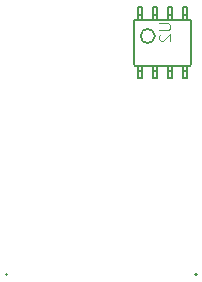
<source format=gbr>
%TF.GenerationSoftware,Altium Limited,Altium Designer,18.1.9 (240)*%
G04 Layer_Color=16711935*
%FSLAX45Y45*%
%MOMM*%
%TF.FileFunction,Other,Mechanical_5*%
%TF.Part,Single*%
G01*
G75*
%TA.AperFunction,NonConductor*%
%ADD25C,0.25400*%
%ADD41C,0.12700*%
%ADD42C,0.10160*%
D25*
X95000Y2500D02*
X95000D01*
X1697500D02*
X1700000D01*
X1695000D02*
X1697500D01*
X95000D02*
X95000D01*
D41*
X1351570Y2015500D02*
G03*
X1232190Y2015500I-59690J0D01*
G01*
X1662499Y2142594D02*
G03*
X1649893Y2155200I-12701J-94D01*
G01*
X1232190Y2015500D02*
G03*
X1351570Y2015500I59690J0D01*
G01*
X1649893Y1765200D02*
G03*
X1662499Y1777807I-94J12701D01*
G01*
X1185106Y2155200D02*
G03*
X1172500Y2142594I94J-12701D01*
G01*
Y1777807D02*
G03*
X1185106Y1765200I12701J94D01*
G01*
X1662499Y1777807D02*
Y1777901D01*
Y2142500D02*
Y2142594D01*
Y1993199D02*
Y2142500D01*
Y1978200D02*
Y1993199D01*
X1172500Y2142500D02*
Y2142594D01*
X1662499Y1942201D02*
Y1978200D01*
Y1777901D02*
Y1927199D01*
X1649799Y2155200D02*
X1649893D01*
X1172500Y1777901D02*
Y1927199D01*
X1649799Y1765201D02*
X1649893D01*
X1172500Y1942201D02*
Y1978200D01*
Y1993199D02*
Y2142500D01*
X1185200Y1765201D02*
X1649799D01*
X1172500Y1927199D02*
Y1942201D01*
X1185106Y2155200D02*
X1185200D01*
X1185106Y1765201D02*
X1185200D01*
Y2155200D02*
X1649799D01*
X1172500Y1978200D02*
Y1993199D01*
X1662499Y1927199D02*
Y1942201D01*
X1172500Y1777807D02*
Y1777901D01*
X1588999Y2260201D02*
X1627000D01*
Y2218921D02*
Y2260201D01*
X1588999Y2197524D02*
Y2218921D01*
X1627000Y2159526D02*
Y2197524D01*
X1588999Y2159526D02*
Y2197524D01*
X1627000Y2155200D02*
Y2159526D01*
X1588999Y2218921D02*
Y2260201D01*
X1627000Y2197524D02*
Y2218921D01*
X1588999Y2155200D02*
Y2159526D01*
Y2155200D02*
X1627000D01*
X1588999Y2197524D02*
X1627000D01*
X1461999Y2260201D02*
X1500000D01*
Y2218921D02*
Y2260201D01*
X1461999Y2197524D02*
Y2218921D01*
X1500000Y2159526D02*
Y2197524D01*
X1461999Y2159526D02*
Y2197524D01*
X1500000Y2155200D02*
Y2159526D01*
X1461999Y2218921D02*
Y2260201D01*
X1500000Y2197524D02*
Y2218921D01*
X1461999Y2155200D02*
Y2159526D01*
Y2155200D02*
X1500000D01*
X1461999Y2197524D02*
X1500000D01*
X1334999Y2260201D02*
X1373000D01*
Y2218921D02*
Y2260201D01*
X1334999Y2197524D02*
Y2218921D01*
X1373000Y2159526D02*
Y2197524D01*
X1334999Y2159526D02*
Y2197524D01*
X1373000Y2155200D02*
Y2159526D01*
X1334999Y2218921D02*
Y2260201D01*
X1373000Y2197524D02*
Y2218921D01*
X1334999Y2155200D02*
Y2159526D01*
Y2155200D02*
X1373000D01*
X1334999Y2197524D02*
X1373000D01*
X1207999Y2260201D02*
X1246000D01*
Y2218921D02*
Y2260201D01*
X1207999Y2197524D02*
Y2218921D01*
X1246000Y2159526D02*
Y2197524D01*
X1207999Y2159526D02*
Y2197524D01*
X1246000Y2155200D02*
Y2159526D01*
X1207999Y2218921D02*
Y2260201D01*
X1246000Y2197524D02*
Y2218921D01*
X1207999Y2155200D02*
Y2159526D01*
Y2155200D02*
X1246000D01*
X1207999Y2197524D02*
X1246000D01*
X1588999Y1660200D02*
X1627000D01*
X1588999D02*
Y1701480D01*
X1627000D02*
Y1722874D01*
X1588999D02*
Y1760875D01*
X1627000Y1722874D02*
Y1760875D01*
X1588999D02*
Y1765201D01*
X1627000Y1660200D02*
Y1701480D01*
X1588999D02*
Y1722874D01*
X1627000Y1760875D02*
Y1765201D01*
X1588999D02*
X1627000D01*
X1588999Y1722874D02*
X1627000D01*
X1461999Y1660200D02*
X1500000D01*
X1461999D02*
Y1701480D01*
X1500000D02*
Y1722874D01*
X1461999D02*
Y1760875D01*
X1500000Y1722874D02*
Y1760875D01*
X1461999D02*
Y1765201D01*
X1500000Y1660200D02*
Y1701480D01*
X1461999D02*
Y1722874D01*
X1500000Y1760875D02*
Y1765201D01*
X1461999D02*
X1500000D01*
X1461999Y1722874D02*
X1500000D01*
X1334999Y1660200D02*
X1373000D01*
X1334999D02*
Y1701480D01*
X1373000D02*
Y1722874D01*
X1334999D02*
Y1760875D01*
X1373000Y1722874D02*
Y1760875D01*
X1334999D02*
Y1765201D01*
X1373000Y1660200D02*
Y1701480D01*
X1334999D02*
Y1722874D01*
X1373000Y1760875D02*
Y1765201D01*
X1334999D02*
X1373000D01*
X1334999Y1722874D02*
X1373000D01*
X1207999Y1660200D02*
X1246000D01*
X1207999D02*
Y1701480D01*
X1246000D02*
Y1722874D01*
X1207999D02*
Y1760875D01*
X1246000Y1722874D02*
Y1760875D01*
X1207999D02*
Y1765201D01*
X1246000Y1660200D02*
Y1701480D01*
X1207999D02*
Y1722874D01*
X1246000Y1760875D02*
Y1765201D01*
X1207999D02*
X1246000D01*
X1207999Y1722874D02*
X1246000D01*
X1172500Y1927199D02*
Y1942201D01*
Y1978200D02*
Y1993199D01*
X1662499Y1978200D02*
Y1993199D01*
Y1927199D02*
Y1942201D01*
D42*
X1391129Y2122500D02*
X1465188D01*
X1480000Y2107688D01*
Y2078064D01*
X1465188Y2063252D01*
X1391129D01*
X1480000Y1974381D02*
Y2033629D01*
X1420752Y1974381D01*
X1405941D01*
X1391129Y1989193D01*
Y2018817D01*
X1405941Y2033629D01*
%TF.MD5,e8c7ba77b4ddd8fb689c93d1284201e5*%
M02*

</source>
